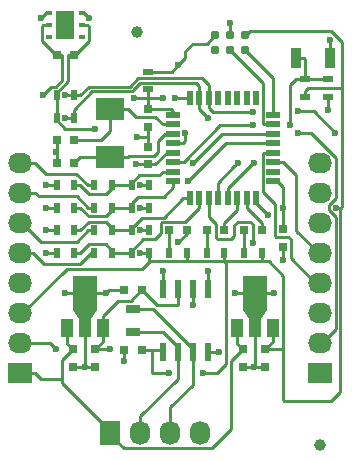
<source format=gtl>
G04 #@! TF.FileFunction,Copper,L1,Top,Signal*
%FSLAX46Y46*%
G04 Gerber Fmt 4.6, Leading zero omitted, Abs format (unit mm)*
G04 Created by KiCad (PCBNEW 4.0.2+dfsg1-stable) date So 05 Jun 2016 12:59:14 CEST*
%MOMM*%
G01*
G04 APERTURE LIST*
%ADD10C,0.100000*%
%ADD11C,1.000000*%
%ADD12R,0.500000X0.900000*%
%ADD13R,0.750000X0.800000*%
%ADD14R,0.800000X0.750000*%
%ADD15R,0.797560X0.797560*%
%ADD16R,1.727200X2.032000*%
%ADD17O,1.727200X2.032000*%
%ADD18R,2.032000X1.727200*%
%ADD19O,2.032000X1.727200*%
%ADD20R,0.900000X1.700000*%
%ADD21R,0.900000X0.500000*%
%ADD22R,1.300000X0.700000*%
%ADD23R,1.200000X0.600000*%
%ADD24R,0.600000X1.200000*%
%ADD25R,1.000760X1.501140*%
%ADD26R,1.998980X2.999740*%
%ADD27R,0.600000X1.550000*%
%ADD28C,0.787400*%
%ADD29R,2.400000X1.900000*%
%ADD30O,0.600000X0.400000*%
%ADD31R,1.500000X2.400000*%
%ADD32C,0.600000*%
%ADD33C,0.250000*%
G04 APERTURE END LIST*
D10*
D11*
X127000000Y-142000000D03*
D12*
X104660000Y-112395000D03*
X106160000Y-112395000D03*
D13*
X112395000Y-118225000D03*
X112395000Y-116725000D03*
D14*
X106160000Y-116205000D03*
X104660000Y-116205000D03*
X106160000Y-118110000D03*
X104660000Y-118110000D03*
D13*
X112395000Y-113550000D03*
X112395000Y-115050000D03*
D14*
X104660000Y-108966000D03*
X106160000Y-108966000D03*
X111875000Y-128905000D03*
X110375000Y-128905000D03*
D13*
X106045000Y-133870000D03*
X106045000Y-135370000D03*
X120418860Y-133870000D03*
X120418860Y-135370000D03*
D14*
X111875000Y-133985000D03*
X110375000Y-133985000D03*
D13*
X122323860Y-133870000D03*
X122323860Y-135370000D03*
X107950000Y-133870000D03*
X107950000Y-135370000D03*
D15*
X114185700Y-123825000D03*
X115684300Y-123825000D03*
X117360700Y-123825000D03*
X118859300Y-123825000D03*
X120535700Y-123825000D03*
X122034300Y-123825000D03*
D16*
X109220000Y-140970000D03*
D17*
X111760000Y-140970000D03*
X114300000Y-140970000D03*
X116840000Y-140970000D03*
D18*
X101600000Y-135890000D03*
D19*
X101600000Y-133350000D03*
X101600000Y-130810000D03*
X101600000Y-128270000D03*
X101600000Y-125730000D03*
X101600000Y-123190000D03*
X101600000Y-120650000D03*
X101600000Y-118110000D03*
D18*
X127000000Y-135890000D03*
D19*
X127000000Y-133350000D03*
X127000000Y-130810000D03*
X127000000Y-128270000D03*
X127000000Y-125730000D03*
X127000000Y-123190000D03*
X127000000Y-120650000D03*
X127000000Y-118110000D03*
D20*
X124915000Y-109220000D03*
X127815000Y-109220000D03*
D21*
X112395000Y-111875000D03*
X112395000Y-110375000D03*
X125730000Y-112510000D03*
X125730000Y-111010000D03*
X127635000Y-111010000D03*
X127635000Y-112510000D03*
D12*
X112510000Y-125730000D03*
X111010000Y-125730000D03*
X106160000Y-125730000D03*
X104660000Y-125730000D03*
X109335000Y-125730000D03*
X107835000Y-125730000D03*
X112510000Y-123825000D03*
X111010000Y-123825000D03*
X106160000Y-123825000D03*
X104660000Y-123825000D03*
X109335000Y-123825000D03*
X107835000Y-123825000D03*
X112510000Y-121920000D03*
X111010000Y-121920000D03*
X106160000Y-121920000D03*
X104660000Y-121920000D03*
X109335000Y-121920000D03*
X107835000Y-121920000D03*
X112510000Y-120015000D03*
X111010000Y-120015000D03*
X106160000Y-120015000D03*
X104660000Y-120015000D03*
X104660000Y-114300000D03*
X106160000Y-114300000D03*
X109335000Y-120015000D03*
X107835000Y-120015000D03*
D22*
X111125000Y-130495000D03*
X111125000Y-132395000D03*
D23*
X114495000Y-114040000D03*
X114495000Y-114840000D03*
X114495000Y-115640000D03*
X114495000Y-116440000D03*
X114495000Y-117240000D03*
X114495000Y-118040000D03*
X114495000Y-118840000D03*
X114495000Y-119640000D03*
D24*
X115945000Y-121090000D03*
X116745000Y-121090000D03*
X117545000Y-121090000D03*
X118345000Y-121090000D03*
X119145000Y-121090000D03*
X119945000Y-121090000D03*
X120745000Y-121090000D03*
X121545000Y-121090000D03*
D23*
X122995000Y-119640000D03*
X122995000Y-118840000D03*
X122995000Y-118040000D03*
X122995000Y-117240000D03*
X122995000Y-116440000D03*
X122995000Y-115640000D03*
X122995000Y-114840000D03*
X122995000Y-114040000D03*
D24*
X121545000Y-112590000D03*
X120745000Y-112590000D03*
X119945000Y-112590000D03*
X119145000Y-112590000D03*
X118345000Y-112590000D03*
X117545000Y-112590000D03*
X116745000Y-112590000D03*
X115945000Y-112590000D03*
D25*
X119956580Y-132080000D03*
X121457720Y-132080000D03*
X122958860Y-132080000D03*
D26*
X121457720Y-129128520D03*
D10*
G36*
X122458480Y-130602990D02*
X121958100Y-131352290D01*
X120957340Y-131352290D01*
X120456960Y-130602990D01*
X122458480Y-130602990D01*
X122458480Y-130602990D01*
G37*
D25*
X105582720Y-132080000D03*
X107083860Y-132080000D03*
X108585000Y-132080000D03*
D26*
X107083860Y-129128520D03*
D10*
G36*
X108084620Y-130602990D02*
X107584240Y-131352290D01*
X106583480Y-131352290D01*
X106083100Y-130602990D01*
X108084620Y-130602990D01*
X108084620Y-130602990D01*
G37*
D27*
X117475000Y-128745000D03*
X116205000Y-128745000D03*
X114935000Y-128745000D03*
X113665000Y-128745000D03*
X113665000Y-134145000D03*
X114935000Y-134145000D03*
X116205000Y-134145000D03*
X117475000Y-134145000D03*
D28*
X118110000Y-107315000D03*
X119380000Y-107315000D03*
X120650000Y-107315000D03*
X118110000Y-108585000D03*
X120650000Y-108585000D03*
X119380000Y-108585000D03*
D29*
X109220000Y-117620000D03*
X109220000Y-113520000D03*
D13*
X123825000Y-123710000D03*
X123825000Y-125210000D03*
D12*
X115685000Y-125730000D03*
X114185000Y-125730000D03*
X118860000Y-125730000D03*
X117360000Y-125730000D03*
X122035000Y-125730000D03*
X120535000Y-125730000D03*
D30*
X106810000Y-105426000D03*
X106810000Y-106426000D03*
X106810000Y-107426000D03*
X104010000Y-105426000D03*
X104010000Y-106426000D03*
X104010000Y-107426000D03*
D31*
X105410000Y-106426000D03*
D11*
X111500000Y-107000000D03*
D32*
X117094000Y-135890000D03*
X114173000Y-135890000D03*
X128312120Y-121926283D03*
X123816729Y-121908866D03*
X111252000Y-112649000D03*
X107950000Y-115252500D03*
X113660830Y-112649352D03*
X111379000Y-118237000D03*
X111760000Y-120015000D03*
X111760000Y-121920000D03*
X111760000Y-123825000D03*
X111760000Y-125730000D03*
X105410000Y-114300000D03*
X107442000Y-105854500D03*
X125095000Y-115570000D03*
X117475000Y-114300000D03*
X109220000Y-133858000D03*
X104648000Y-133858000D03*
X121285000Y-124904500D03*
X120016378Y-118113008D03*
X121412000Y-118110000D03*
X124460000Y-114935000D03*
X121285000Y-114935000D03*
X115560556Y-115593674D03*
X114935000Y-109855000D03*
X115822292Y-119629310D03*
X113665000Y-127254000D03*
X116205000Y-118110000D03*
X117475000Y-127254000D03*
X103505000Y-112395000D03*
X122555000Y-122555000D03*
X118398083Y-134143400D03*
X127635000Y-113665000D03*
X123825000Y-126365000D03*
X114935000Y-124841000D03*
X114681000Y-112649000D03*
X127825500Y-107696000D03*
X119380000Y-106299000D03*
X104648000Y-117221000D03*
X111506000Y-115951000D03*
X103759000Y-125730000D03*
X103759000Y-123825000D03*
X103759000Y-121920000D03*
X103759000Y-120015000D03*
X116205000Y-130175000D03*
X123063000Y-129159000D03*
X119761000Y-129159000D03*
X121412000Y-135382000D03*
X110363000Y-134874000D03*
X108839000Y-129159000D03*
X105410000Y-129159000D03*
X107061000Y-135382000D03*
X103378000Y-105854500D03*
X105410000Y-112395000D03*
X128260450Y-115570000D03*
X125095000Y-113728500D03*
X121285000Y-113792000D03*
D33*
X106810000Y-106426000D02*
X107273157Y-106426000D01*
X107273157Y-106426000D02*
X107385010Y-106537853D01*
X107385010Y-106537853D02*
X107385010Y-107765990D01*
X107385010Y-107765990D02*
X106185000Y-108966000D01*
X106185000Y-108966000D02*
X106160000Y-108966000D01*
X106160000Y-108966000D02*
X105664000Y-108966000D01*
X105664000Y-108966000D02*
X105664000Y-111191000D01*
X105664000Y-111191000D02*
X104660000Y-112195000D01*
X104660000Y-112195000D02*
X104660000Y-112395000D01*
X104660000Y-114300000D02*
X104660000Y-112395000D01*
X104660000Y-114300000D02*
X104660000Y-114500000D01*
X104660000Y-114500000D02*
X105412500Y-115252500D01*
X107525736Y-115252500D02*
X107950000Y-115252500D01*
X105412500Y-115252500D02*
X107525736Y-115252500D01*
X112395000Y-113550000D02*
X114340802Y-113550000D01*
X114340802Y-113550000D02*
X114495000Y-113704198D01*
X114495000Y-113704198D02*
X114495000Y-114040000D01*
X117094000Y-135890000D02*
X117099263Y-135884737D01*
X117099263Y-135884737D02*
X118254688Y-135884737D01*
X118254688Y-135884737D02*
X118976530Y-135162895D01*
X118976530Y-135162895D02*
X118976530Y-126546530D01*
X118976530Y-126546530D02*
X118860000Y-126430000D01*
X112776000Y-135890000D02*
X114173000Y-135890000D01*
X112776000Y-133985000D02*
X113505000Y-133985000D01*
X111875000Y-133985000D02*
X112776000Y-133985000D01*
X112776000Y-133985000D02*
X112776000Y-135890000D01*
X101600000Y-130810000D02*
X101752400Y-130810000D01*
X101752400Y-130810000D02*
X105504376Y-127058024D01*
X105504376Y-127058024D02*
X111931978Y-127058024D01*
X111931978Y-127058024D02*
X112535001Y-126455001D01*
X123835246Y-127676198D02*
X123835246Y-133858000D01*
X123835246Y-133858000D02*
X123835246Y-138174053D01*
X122323860Y-133870000D02*
X123823246Y-133870000D01*
X123823246Y-133870000D02*
X123835246Y-133858000D01*
X123835246Y-138174053D02*
X123825000Y-138184299D01*
X121899347Y-126455001D02*
X122614049Y-126455001D01*
X122614049Y-126455001D02*
X123835246Y-127676198D01*
X122323860Y-133870000D02*
X122956655Y-133237205D01*
X122956655Y-133237205D02*
X122956655Y-132082205D01*
X122956655Y-132082205D02*
X122958860Y-132080000D01*
X121899347Y-126455001D02*
X122035000Y-126455001D01*
X122035000Y-126455001D02*
X122035000Y-125730000D01*
X128835460Y-111004542D02*
X128835460Y-121815713D01*
X128835460Y-121815713D02*
X128729837Y-121921336D01*
X128729837Y-121921336D02*
X128317067Y-121921336D01*
X128317067Y-121921336D02*
X128312120Y-121926283D01*
X123888500Y-138247799D02*
X127924195Y-138247799D01*
X127924195Y-138247799D02*
X128694679Y-137477315D01*
X128694679Y-137477315D02*
X128694679Y-121926283D01*
X128694679Y-121926283D02*
X128312120Y-121926283D01*
X123827116Y-122235384D02*
X123827116Y-121919253D01*
X123827116Y-121919253D02*
X123816729Y-121908866D01*
X123825000Y-122237500D02*
X123827116Y-122235384D01*
X123825000Y-122237500D02*
X123825000Y-120170000D01*
X123825000Y-120170000D02*
X123295000Y-119640000D01*
X123295000Y-119640000D02*
X122995000Y-119640000D01*
X123825000Y-138184299D02*
X123888500Y-138247799D01*
X115685000Y-126455001D02*
X118860000Y-126455001D01*
X118860000Y-126455001D02*
X118860000Y-125730000D01*
X112510000Y-125730000D02*
X112510000Y-126430000D01*
X112510000Y-126430000D02*
X112535001Y-126455001D01*
X112535001Y-126455001D02*
X115685000Y-126455001D01*
X115685000Y-126455001D02*
X115685000Y-125730000D01*
X123825000Y-123710000D02*
X123825000Y-122237500D01*
X120650000Y-107315000D02*
X120659824Y-107315000D01*
X127932074Y-106951572D02*
X128835460Y-107854958D01*
X120659824Y-107315000D02*
X121023252Y-106951572D01*
X121023252Y-106951572D02*
X127932074Y-106951572D01*
X128835460Y-107854958D02*
X128835460Y-111004542D01*
X128835460Y-111004542D02*
X128835460Y-111779841D01*
X128835460Y-111779841D02*
X125929026Y-111779841D01*
X125929026Y-111779841D02*
X125730000Y-111978867D01*
X125730000Y-111978867D02*
X125730000Y-112510000D01*
X118860000Y-125730000D02*
X118860000Y-126430000D01*
X118860000Y-126430000D02*
X118885001Y-126455001D01*
X118885001Y-126455001D02*
X121899347Y-126455001D01*
X111252000Y-112649000D02*
X112395000Y-112649000D01*
X113236566Y-112649352D02*
X113660830Y-112649352D01*
X112395352Y-112649352D02*
X113236566Y-112649352D01*
X112395000Y-112649000D02*
X112395352Y-112649352D01*
X112395000Y-112649000D02*
X112395000Y-111875000D01*
X112395000Y-113550000D02*
X112395000Y-112649000D01*
X112395000Y-118225000D02*
X111391000Y-118225000D01*
X111391000Y-118225000D02*
X111379000Y-118237000D01*
X112395000Y-118225000D02*
X113020000Y-118225000D01*
X113020000Y-118225000D02*
X114005000Y-117240000D01*
X114005000Y-117240000D02*
X114495000Y-117240000D01*
X112510000Y-120015000D02*
X111760000Y-120015000D01*
X112510000Y-121920000D02*
X111760000Y-121920000D01*
X112510000Y-123825000D02*
X111760000Y-123825000D01*
X112510000Y-125730000D02*
X111760000Y-125730000D01*
X101600000Y-130810000D02*
X101447600Y-130810000D01*
X111760000Y-134100000D02*
X111875000Y-133985000D01*
X113505000Y-133985000D02*
X113665000Y-134145000D01*
X105410000Y-114300000D02*
X106160000Y-114300000D01*
X116745000Y-112590000D02*
X116745000Y-111638896D01*
X116745000Y-111638896D02*
X116456103Y-111349999D01*
X116456103Y-111349999D02*
X111724999Y-111349999D01*
X111102830Y-111984681D02*
X111025259Y-112062252D01*
X106160000Y-113600000D02*
X106160000Y-114300000D01*
X111724999Y-111349999D02*
X111102830Y-111972168D01*
X111102830Y-111972168D02*
X111102830Y-111984681D01*
X111025259Y-112062252D02*
X107697748Y-112062252D01*
X107697748Y-112062252D02*
X106160000Y-113600000D01*
X106810000Y-105426000D02*
X107013500Y-105426000D01*
X107013500Y-105426000D02*
X107442000Y-105854500D01*
X106810000Y-105426000D02*
X106823458Y-105426000D01*
X125095000Y-115570000D02*
X126222637Y-115570000D01*
X127703021Y-122130384D02*
X128291010Y-122718373D01*
X127152400Y-133350000D02*
X127000000Y-133350000D01*
X128291010Y-122718373D02*
X128291010Y-132211390D01*
X128333500Y-121079137D02*
X127703021Y-121709616D01*
X126222637Y-115570000D02*
X128333500Y-117680863D01*
X128333500Y-117680863D02*
X128333500Y-121079137D01*
X127703021Y-121709616D02*
X127703021Y-122130384D01*
X128291010Y-132211390D02*
X127152400Y-133350000D01*
X116745000Y-112590000D02*
X116745000Y-113570000D01*
X116745000Y-113570000D02*
X117475000Y-114300000D01*
X109220000Y-113520000D02*
X109220000Y-115443000D01*
X109220000Y-115443000D02*
X108458000Y-116205000D01*
X108458000Y-116205000D02*
X106160000Y-116205000D01*
X114495000Y-114840000D02*
X113645000Y-114840000D01*
X113645000Y-114840000D02*
X113030001Y-114225001D01*
X113030001Y-114225001D02*
X111375001Y-114225001D01*
X111375001Y-114225001D02*
X110670000Y-113520000D01*
X110670000Y-113520000D02*
X109220000Y-113520000D01*
X109220000Y-117620000D02*
X106650000Y-117620000D01*
X106650000Y-117620000D02*
X106160000Y-118110000D01*
X114495000Y-115640000D02*
X113871954Y-115640000D01*
X113871954Y-115640000D02*
X113219101Y-116292853D01*
X113219101Y-116292853D02*
X113219101Y-117170901D01*
X113219101Y-117170901D02*
X112904164Y-117485838D01*
X112904164Y-117485838D02*
X110804162Y-117485838D01*
X110804162Y-117485838D02*
X110670000Y-117620000D01*
X110670000Y-117620000D02*
X109220000Y-117620000D01*
X109220000Y-133858000D02*
X107962000Y-133858000D01*
X107962000Y-133858000D02*
X107950000Y-133870000D01*
X101600000Y-133350000D02*
X104140000Y-133350000D01*
X104140000Y-133350000D02*
X104648000Y-133858000D01*
X111875000Y-128905000D02*
X111900000Y-128905000D01*
X111900000Y-128905000D02*
X113170000Y-130175000D01*
X113170000Y-130175000D02*
X114935000Y-130175000D01*
X114935000Y-130175000D02*
X114935000Y-128745000D01*
X109870430Y-129794000D02*
X110961000Y-129794000D01*
X110961000Y-129794000D02*
X111850000Y-128905000D01*
X111850000Y-128905000D02*
X111875000Y-128905000D01*
X108585000Y-132080000D02*
X108585000Y-131079430D01*
X108585000Y-131079430D02*
X109870430Y-129794000D01*
X108585000Y-132080000D02*
X108585000Y-133235000D01*
X108585000Y-133235000D02*
X107950000Y-133870000D01*
X109220000Y-140970000D02*
X109220000Y-141122400D01*
X109220000Y-141122400D02*
X110358610Y-142261010D01*
X110358610Y-142261010D02*
X117834990Y-142261010D01*
X117834990Y-142261010D02*
X119439860Y-140656140D01*
X105156000Y-136398000D02*
X105156000Y-136753600D01*
X105156000Y-136753600D02*
X109220000Y-140817600D01*
X109220000Y-140817600D02*
X109220000Y-140970000D01*
X119439860Y-140656140D02*
X119439860Y-134874000D01*
X119439860Y-134874000D02*
X120418860Y-133895000D01*
X120418860Y-133895000D02*
X120418860Y-133870000D01*
X101600000Y-135890000D02*
X102866000Y-135890000D01*
X102866000Y-135890000D02*
X103374000Y-136398000D01*
X103374000Y-136398000D02*
X105156000Y-136398000D01*
X105156000Y-136398000D02*
X105156000Y-134784000D01*
X105156000Y-134784000D02*
X106045000Y-133895000D01*
X106045000Y-133895000D02*
X106045000Y-133870000D01*
X119956580Y-132080000D02*
X119956580Y-133407720D01*
X119956580Y-133407720D02*
X120418860Y-133870000D01*
X105582720Y-132080000D02*
X105582720Y-133407720D01*
X105582720Y-133407720D02*
X106045000Y-133870000D01*
X118859300Y-123825000D02*
X118859300Y-123176220D01*
X118859300Y-123176220D02*
X119945000Y-122090520D01*
X119945000Y-122090520D02*
X119945000Y-121940000D01*
X119945000Y-121940000D02*
X119945000Y-121090000D01*
X122034300Y-123825000D02*
X122034300Y-123176220D01*
X122034300Y-123176220D02*
X120745000Y-121886920D01*
X120745000Y-121886920D02*
X120745000Y-121090000D01*
X116205000Y-134145000D02*
X116205000Y-136906000D01*
X116205000Y-136906000D02*
X114300000Y-138811000D01*
X114300000Y-138811000D02*
X114300000Y-140970000D01*
X111125000Y-130495000D02*
X112855002Y-130495000D01*
X112855002Y-130495000D02*
X116205000Y-133844998D01*
X116205000Y-133844998D02*
X116205000Y-134145000D01*
X114935000Y-134145000D02*
X114935000Y-136372600D01*
X114935000Y-136372600D02*
X111760000Y-139547600D01*
X111760000Y-139547600D02*
X111760000Y-140970000D01*
X111125000Y-132395000D02*
X113660000Y-132395000D01*
X113660000Y-132395000D02*
X114935000Y-133670000D01*
X114935000Y-133670000D02*
X114935000Y-134145000D01*
X101600000Y-125730000D02*
X102663012Y-125730000D01*
X102663012Y-125730000D02*
X103591026Y-126658014D01*
X103591026Y-126658014D02*
X106679254Y-126658014D01*
X106679254Y-126658014D02*
X107607268Y-125730000D01*
X107607268Y-125730000D02*
X107835000Y-125730000D01*
X101600000Y-123190000D02*
X101771765Y-123190000D01*
X101771765Y-123190000D02*
X103373748Y-124791983D01*
X103373748Y-124791983D02*
X106368017Y-124791983D01*
X107335000Y-123825000D02*
X107835000Y-123825000D01*
X106368017Y-124791983D02*
X107335000Y-123825000D01*
X101600000Y-120650000D02*
X102866000Y-120650000D01*
X102866000Y-120650000D02*
X103156671Y-120940671D01*
X103156671Y-120940671D02*
X106355671Y-120940671D01*
X107335000Y-121920000D02*
X107835000Y-121920000D01*
X106355671Y-120940671D02*
X107335000Y-121920000D01*
X101600000Y-118110000D02*
X102866000Y-118110000D01*
X102866000Y-118110000D02*
X103776894Y-119020894D01*
X103776894Y-119020894D02*
X106340894Y-119020894D01*
X106340894Y-119020894D02*
X107335000Y-120015000D01*
X107335000Y-120015000D02*
X107835000Y-120015000D01*
X127000000Y-128270000D02*
X126581002Y-128270000D01*
X126581002Y-128270000D02*
X124475001Y-126163999D01*
X124475001Y-124589999D02*
X124270003Y-124385001D01*
X124475001Y-126163999D02*
X124475001Y-124589999D01*
X124270003Y-124385001D02*
X123229999Y-124385001D01*
X123229999Y-124385001D02*
X123174999Y-124330001D01*
X123174999Y-124330001D02*
X123174999Y-121630225D01*
X123174999Y-121630225D02*
X122120001Y-120575227D01*
X122120001Y-120575227D02*
X122120001Y-120269999D01*
X122119999Y-117265001D02*
X122145000Y-117240000D01*
X122120001Y-120269999D02*
X122119999Y-120269997D01*
X122119999Y-120269997D02*
X122119999Y-117265001D01*
X122145000Y-117240000D02*
X122995000Y-117240000D01*
X122995000Y-118040000D02*
X123845000Y-118040000D01*
X123845000Y-118040000D02*
X124958000Y-119153000D01*
X124958000Y-119153000D02*
X124958000Y-123840400D01*
X124958000Y-123840400D02*
X126847600Y-125730000D01*
X126847600Y-125730000D02*
X127000000Y-125730000D01*
X117545000Y-121090000D02*
X117545000Y-122716738D01*
X119686114Y-123382024D02*
X119993907Y-123074231D01*
X117545000Y-122716738D02*
X118121169Y-123292907D01*
X118121169Y-123292907D02*
X118121169Y-124418310D01*
X119686114Y-124334046D02*
X119686114Y-123382024D01*
X118121169Y-124418310D02*
X118278407Y-124575548D01*
X118278407Y-124575548D02*
X119444612Y-124575548D01*
X121077493Y-123074231D02*
X121285000Y-123281738D01*
X119444612Y-124575548D02*
X119686114Y-124334046D01*
X121285000Y-123281738D02*
X121285000Y-124904500D01*
X119993907Y-123074231D02*
X121077493Y-123074231D01*
X119716379Y-118413007D02*
X120016378Y-118113008D01*
X118345000Y-119784386D02*
X119716379Y-118413007D01*
X118345000Y-121090000D02*
X118345000Y-119784386D01*
X119145000Y-121090000D02*
X119145000Y-120240000D01*
X119145000Y-120240000D02*
X121275000Y-118110000D01*
X121275000Y-118110000D02*
X121412000Y-118110000D01*
X119126000Y-121071000D02*
X119145000Y-121090000D01*
X124956000Y-111010000D02*
X124460000Y-111506000D01*
X124460000Y-111506000D02*
X124460000Y-114935000D01*
X125730000Y-111010000D02*
X124956000Y-111010000D01*
X114495000Y-118040000D02*
X115423998Y-118040000D01*
X115423998Y-118040000D02*
X118528998Y-114935000D01*
X118528998Y-114935000D02*
X121285000Y-114935000D01*
X127635000Y-111010000D02*
X125730000Y-111010000D01*
X124915000Y-109220000D02*
X125615000Y-109220000D01*
X125615000Y-109220000D02*
X125730000Y-109335000D01*
X125730000Y-109335000D02*
X125730000Y-110510000D01*
X125730000Y-110510000D02*
X125730000Y-111010000D01*
X115560556Y-116017938D02*
X115560556Y-115593674D01*
X115560556Y-116224444D02*
X115560556Y-116017938D01*
X115345000Y-116440000D02*
X115560556Y-116224444D01*
X114495000Y-116440000D02*
X115345000Y-116440000D01*
X118110000Y-107315000D02*
X117420859Y-108004141D01*
X117420859Y-108004141D02*
X116214519Y-108004141D01*
X116214519Y-108004141D02*
X115561974Y-108656686D01*
X115561974Y-108656686D02*
X115561974Y-109228026D01*
X115561974Y-109228026D02*
X114935000Y-109855000D01*
X114935000Y-109855000D02*
X114415000Y-110375000D01*
X114415000Y-110375000D02*
X112395000Y-110375000D01*
X113095000Y-110375000D02*
X112395000Y-110375000D01*
X113511919Y-123206219D02*
X113566919Y-123151219D01*
X113511919Y-124018083D02*
X113511919Y-123206219D01*
X111989999Y-124550001D02*
X112980001Y-124550001D01*
X116745000Y-121940000D02*
X116745000Y-121090000D01*
X111010000Y-125530000D02*
X111989999Y-124550001D01*
X113566919Y-123151219D02*
X115533781Y-123151219D01*
X112980001Y-124550001D02*
X113511919Y-124018083D01*
X115533781Y-123151219D02*
X116745000Y-121940000D01*
X111010000Y-125730000D02*
X111010000Y-125530000D01*
X109335000Y-125730000D02*
X111010000Y-125730000D01*
X106160000Y-125730000D02*
X106660000Y-125730000D01*
X106660000Y-125730000D02*
X107385001Y-125004999D01*
X107385001Y-125004999D02*
X108809999Y-125004999D01*
X109335000Y-125530000D02*
X109335000Y-125730000D01*
X108809999Y-125004999D02*
X109335000Y-125530000D01*
X111010000Y-123825000D02*
X111010000Y-123625000D01*
X111010000Y-123625000D02*
X111883792Y-122751208D01*
X111883792Y-122751208D02*
X113733792Y-122751208D01*
X113733792Y-122751208D02*
X115395000Y-121090000D01*
X115395000Y-121090000D02*
X115945000Y-121090000D01*
X109335000Y-123825000D02*
X111010000Y-123825000D01*
X106160000Y-123825000D02*
X106660000Y-123825000D01*
X106660000Y-123825000D02*
X107385001Y-123099999D01*
X107385001Y-123099999D02*
X108809999Y-123099999D01*
X108809999Y-123099999D02*
X109335000Y-123625000D01*
X109335000Y-123625000D02*
X109335000Y-123825000D01*
X114495000Y-119640000D02*
X114495000Y-120190000D01*
X114495000Y-120190000D02*
X113722225Y-120962775D01*
X111592281Y-120962775D02*
X111010000Y-121545056D01*
X111010000Y-121545056D02*
X111010000Y-121920000D01*
X113722225Y-120962775D02*
X111592281Y-120962775D01*
X109335000Y-121920000D02*
X111010000Y-121920000D01*
X106160000Y-121920000D02*
X106660000Y-121920000D01*
X106660000Y-121920000D02*
X107385001Y-122645001D01*
X107385001Y-122645001D02*
X108809999Y-122645001D01*
X109335000Y-122120000D02*
X109335000Y-121920000D01*
X108809999Y-122645001D02*
X109335000Y-122120000D01*
X114495000Y-118840000D02*
X113645000Y-118840000D01*
X113645000Y-118840000D02*
X113366556Y-119118444D01*
X113366556Y-119118444D02*
X111682741Y-119118444D01*
X111682741Y-119118444D02*
X111010000Y-119791185D01*
X111010000Y-119791185D02*
X111010000Y-120015000D01*
X109335000Y-120015000D02*
X111010000Y-120015000D01*
X106160000Y-120015000D02*
X106660000Y-120015000D01*
X106660000Y-120015000D02*
X107385001Y-120740001D01*
X107385001Y-120740001D02*
X108809999Y-120740001D01*
X109335000Y-120215000D02*
X109335000Y-120015000D01*
X108809999Y-120740001D02*
X109335000Y-120215000D01*
X116122291Y-119329311D02*
X115822292Y-119629310D01*
X122995000Y-116440000D02*
X119011602Y-116440000D01*
X119011602Y-116440000D02*
X116122291Y-119329311D01*
X113665000Y-128745000D02*
X113665000Y-127254000D01*
X116205000Y-118110000D02*
X118675000Y-115640000D01*
X118675000Y-115640000D02*
X122995000Y-115640000D01*
X117475000Y-128745000D02*
X117475000Y-127254000D01*
X122995000Y-114840000D02*
X122145000Y-114840000D01*
X122145000Y-114840000D02*
X122119999Y-114814999D01*
X122119999Y-114814999D02*
X122119999Y-113410003D01*
X122120001Y-111325001D02*
X119773699Y-108978699D01*
X122119999Y-113410003D02*
X122120001Y-113410001D01*
X122120001Y-113410001D02*
X122120001Y-111325001D01*
X119773699Y-108978699D02*
X119380000Y-108585000D01*
X122995000Y-114040000D02*
X122995000Y-110930000D01*
X122995000Y-110930000D02*
X120650000Y-108585000D01*
X104010000Y-106426000D02*
X103542212Y-106426000D01*
X103542212Y-106426000D02*
X103434990Y-106533222D01*
X103434990Y-106533222D02*
X103434990Y-107765990D01*
X103434990Y-107765990D02*
X104635000Y-108966000D01*
X104635000Y-108966000D02*
X104660000Y-108966000D01*
X104660000Y-108966000D02*
X105156000Y-108966000D01*
X105156000Y-108966000D02*
X105156000Y-111125000D01*
X104611001Y-111669999D02*
X104230001Y-111669999D01*
X105156000Y-111125000D02*
X104611001Y-111669999D01*
X104230001Y-111669999D02*
X103505000Y-112395000D01*
X121545000Y-121545000D02*
X122555000Y-122555000D01*
X117475000Y-134145000D02*
X118396483Y-134145000D01*
X118396483Y-134145000D02*
X118398083Y-134143400D01*
X121545000Y-121090000D02*
X121545000Y-121545000D01*
X121457720Y-132080000D02*
X121457720Y-130977640D01*
X107083860Y-132080000D02*
X107083860Y-130977640D01*
X107083860Y-129128520D02*
X107083860Y-132080000D01*
X121457720Y-129128520D02*
X121457720Y-132080000D01*
X127635000Y-112510000D02*
X127635000Y-113665000D01*
X123825000Y-125210000D02*
X123825000Y-126365000D01*
X115684300Y-123825000D02*
X115684300Y-124091700D01*
X115684300Y-124091700D02*
X114935000Y-124841000D01*
X115945000Y-112590000D02*
X114740000Y-112590000D01*
X114740000Y-112590000D02*
X114681000Y-112649000D01*
X127825500Y-107696000D02*
X127825500Y-109209500D01*
X127825500Y-109209500D02*
X127815000Y-109220000D01*
X119380000Y-107315000D02*
X119380000Y-106299000D01*
X104660000Y-118110000D02*
X104660000Y-117233000D01*
X104660000Y-117233000D02*
X104648000Y-117221000D01*
X104660000Y-116205000D02*
X104660000Y-117209000D01*
X104660000Y-117209000D02*
X104648000Y-117221000D01*
X112395000Y-115951000D02*
X112395000Y-115050000D01*
X112395000Y-116725000D02*
X112395000Y-115951000D01*
X112395000Y-115951000D02*
X111506000Y-115951000D01*
X104660000Y-125730000D02*
X103759000Y-125730000D01*
X104660000Y-123825000D02*
X103759000Y-123825000D01*
X104660000Y-121920000D02*
X103759000Y-121920000D01*
X104660000Y-120015000D02*
X103759000Y-120015000D01*
X116205000Y-128745000D02*
X116205000Y-130175000D01*
X121457720Y-129128520D02*
X123032520Y-129128520D01*
X123032520Y-129128520D02*
X123063000Y-129159000D01*
X121457720Y-129128520D02*
X119791480Y-129128520D01*
X119791480Y-129128520D02*
X119761000Y-129159000D01*
X122323860Y-135370000D02*
X121424000Y-135370000D01*
X121424000Y-135370000D02*
X121412000Y-135382000D01*
X120418860Y-135370000D02*
X121400000Y-135370000D01*
X121400000Y-135370000D02*
X121412000Y-135382000D01*
X121457720Y-132080000D02*
X121457720Y-135336280D01*
X121457720Y-135336280D02*
X121412000Y-135382000D01*
X110375000Y-133985000D02*
X110375000Y-134862000D01*
X110375000Y-134862000D02*
X110363000Y-134874000D01*
X110375000Y-128905000D02*
X109093000Y-128905000D01*
X109093000Y-128905000D02*
X108839000Y-129159000D01*
X107083860Y-129128520D02*
X108808520Y-129128520D01*
X108808520Y-129128520D02*
X108839000Y-129159000D01*
X107083860Y-129128520D02*
X105440480Y-129128520D01*
X105440480Y-129128520D02*
X105410000Y-129159000D01*
X106045000Y-135370000D02*
X107049000Y-135370000D01*
X107049000Y-135370000D02*
X107061000Y-135382000D01*
X107950000Y-135370000D02*
X107073000Y-135370000D01*
X107073000Y-135370000D02*
X107061000Y-135382000D01*
X107083860Y-132080000D02*
X107083860Y-135359140D01*
X107083860Y-135359140D02*
X107061000Y-135382000D01*
X104010000Y-105426000D02*
X103806500Y-105426000D01*
X103806500Y-105426000D02*
X103378000Y-105854500D01*
X105410000Y-112395000D02*
X106160000Y-112395000D01*
X107392759Y-111662241D02*
X106660000Y-112395000D01*
X106660000Y-112395000D02*
X106160000Y-112395000D01*
X104010000Y-105426000D02*
X103870000Y-105426000D01*
X125095000Y-113728500D02*
X126418950Y-113728500D01*
X126418950Y-113728500D02*
X128260450Y-115570000D01*
X117545000Y-112590000D02*
X117545000Y-113440000D01*
X117897000Y-113792000D02*
X121285000Y-113792000D01*
X117545000Y-113440000D02*
X117897000Y-113792000D01*
X117545000Y-112590000D02*
X117545000Y-111528607D01*
X117545000Y-111528607D02*
X116966381Y-110949988D01*
X116966381Y-110949988D02*
X111559310Y-110949988D01*
X111559310Y-110949988D02*
X110847057Y-111662241D01*
X110847057Y-111662241D02*
X107392759Y-111662241D01*
X114185000Y-125730000D02*
X114185000Y-123825700D01*
X114185000Y-123825700D02*
X114185700Y-123825000D01*
X117360000Y-125730000D02*
X117360000Y-123825700D01*
X117360000Y-123825700D02*
X117360700Y-123825000D01*
X120535000Y-125730000D02*
X120535000Y-123825700D01*
X120535000Y-123825700D02*
X120535700Y-123825000D01*
M02*

</source>
